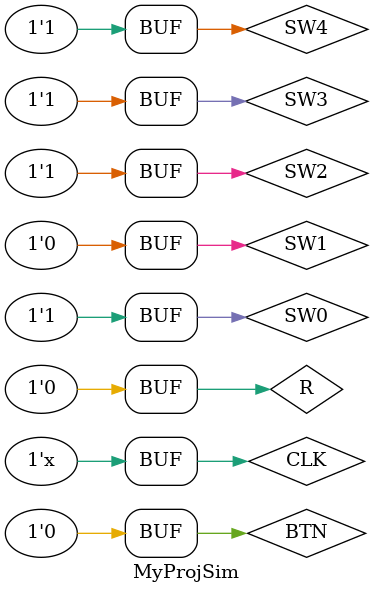
<source format=sv>
module MyProjSim();
    reg R = 0;
    reg BTN = 0;
    reg CLK = 0;
    reg SW0;
    reg SW1;
    reg SW2;
    reg SW3;
    reg SW4;
    wire [3:0] anode;
    wire [6:0] cathode;
    wire HEX;
    wire DEC;
    
    DriverFile UUT(
    R, BTN, CLK, SW0, SW1, SW2, SW3, SW4, cathode, anode, HEX, DEC
    );
    
    always #20 CLK = ~CLK;


    initial begin
        #1000;
        R = 1;
        #10;
        
        R = 0;
        SW0 = 1; SW1 = 0; SW2 = 1; SW3 = 1; SW4 = 1;
        BTN = 0;
        #100;
        
        BTN = 1;
        #10;
        
        BTN = 0;
    end
    
endmodule


</source>
